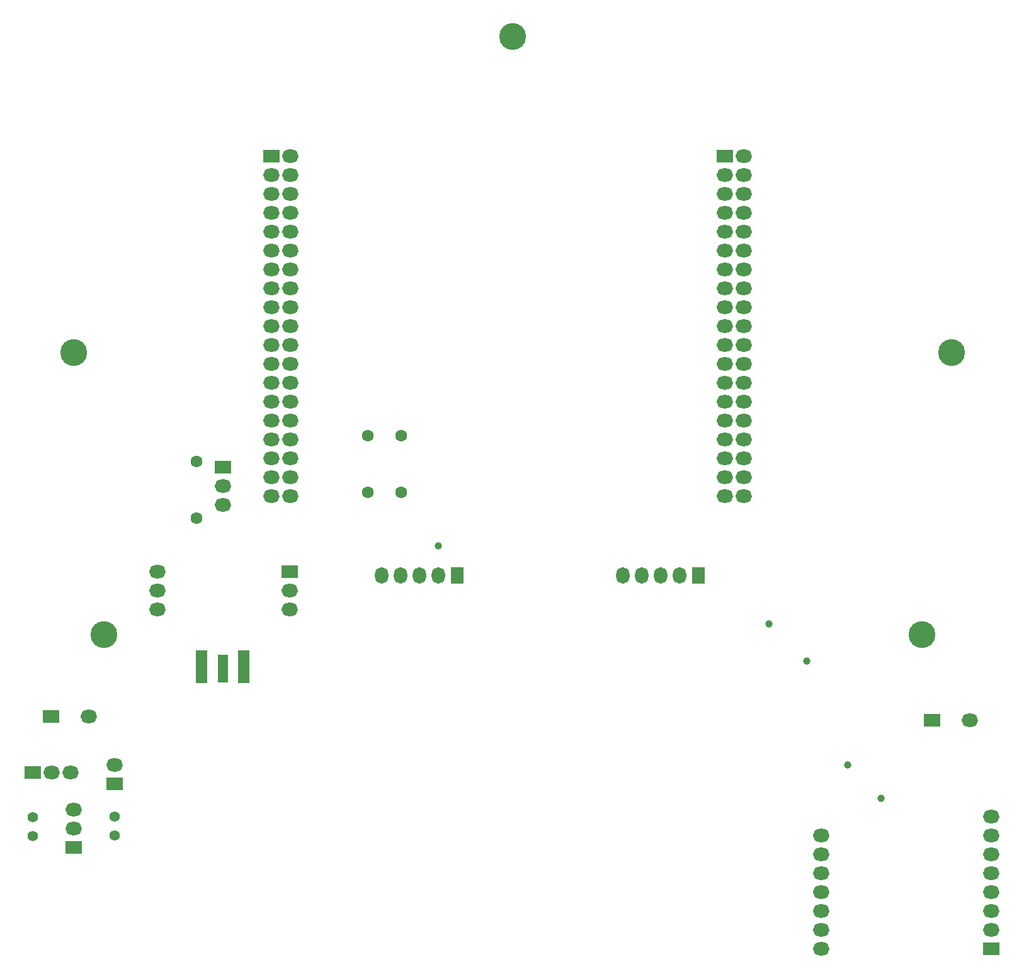
<source format=gts>
%FSDAX23Y23*%
%MOIN*%
%SFA1B1*%

%IPPOS*%
%ADD10R,0.058000X0.150000*%
%ADD11R,0.061000X0.173000*%
%ADD12R,0.071000X0.087000*%
%ADD13O,0.071000X0.087000*%
%ADD14R,0.087000X0.071000*%
%ADD15O,0.087000X0.071000*%
%ADD16C,0.063000*%
%ADD17R,0.087000X0.071000*%
%ADD18O,0.087000X0.071000*%
%ADD19C,0.142000*%
%ADD20C,0.055000*%
%ADD21C,0.039000*%
%LNbuoynode_pcb-1*%
%LPD*%
G54D10*
X-01535Y-00177D03*
G54D11*
X-01647Y-00169D03*
X-01424D03*
G54D12*
X-00292Y00315D03*
X00984D03*
G54D13*
X-00392Y00315D03*
X-00492D03*
X-00592D03*
X-00692D03*
X00884D03*
X00784D03*
X00684D03*
X00584D03*
G54D14*
X02534Y-01663D03*
X-01278Y02534D03*
X01122D03*
X-02323Y-01124D03*
X-01181Y00335D03*
X-02444Y-00433D03*
X02221Y-00453D03*
X-02106Y-00789D03*
X-01535Y00887D03*
G54D15*
X02534Y-01563D03*
Y-01463D03*
Y-01363D03*
Y-01263D03*
Y-01163D03*
Y-01063D03*
Y-00963D03*
X01634Y-01663D03*
Y-01563D03*
Y-01463D03*
Y-01363D03*
Y-01263D03*
Y-01163D03*
Y-01063D03*
X-01178Y00734D03*
Y00834D03*
Y00934D03*
Y01034D03*
Y01134D03*
Y01234D03*
Y01334D03*
Y01434D03*
Y01534D03*
Y01634D03*
Y01734D03*
Y01834D03*
Y01934D03*
Y02034D03*
Y02134D03*
Y02234D03*
Y02334D03*
Y02434D03*
Y02534D03*
X-01278Y00734D03*
Y00834D03*
Y00934D03*
Y01034D03*
Y01134D03*
Y01234D03*
Y01334D03*
Y01434D03*
Y01534D03*
Y01634D03*
Y01734D03*
Y01834D03*
Y01934D03*
Y02034D03*
Y02134D03*
Y02234D03*
Y02334D03*
Y02434D03*
X01222Y02134D03*
Y01834D03*
Y01534D03*
Y01234D03*
Y02534D03*
Y02434D03*
Y02334D03*
Y02234D03*
Y02034D03*
Y01934D03*
Y01734D03*
Y01634D03*
Y01434D03*
Y01334D03*
Y01134D03*
Y01034D03*
Y00934D03*
Y00834D03*
Y00734D03*
X01122Y02134D03*
Y01834D03*
Y01534D03*
Y01234D03*
Y02434D03*
Y02334D03*
Y02234D03*
Y02034D03*
Y01934D03*
Y01734D03*
Y01634D03*
Y01434D03*
Y01334D03*
Y01134D03*
Y01034D03*
Y00934D03*
Y00834D03*
Y00734D03*
X-02323Y-01024D03*
Y-00924D03*
X-01181Y00235D03*
Y00135D03*
X-01881Y00335D03*
Y00235D03*
Y00135D03*
X-02244Y-00433D03*
X02421Y-00453D03*
X-02106Y-00689D03*
X-01535Y00687D03*
Y00787D03*
G54D16*
X-01673Y00918D03*
Y00618D03*
X-00591Y01056D03*
Y00756D03*
X-00768Y01056D03*
Y00756D03*
G54D17*
X-02541Y-00728D03*
G54D18*
X-02441Y-00728D03*
X-02341D03*
G54D19*
X-02165Y00000D03*
X00000Y03169D03*
X02165Y00000D03*
X-02323Y01496D03*
X02323D03*
G54D20*
X-02539Y-01065D03*
Y-00965D03*
X-02106Y-01063D03*
Y-00963D03*
G54D21*
X01358Y00059D03*
X-00394Y00472D03*
X01555Y-00138D03*
X01772Y-00689D03*
X01949Y-00866D03*
M02*
</source>
